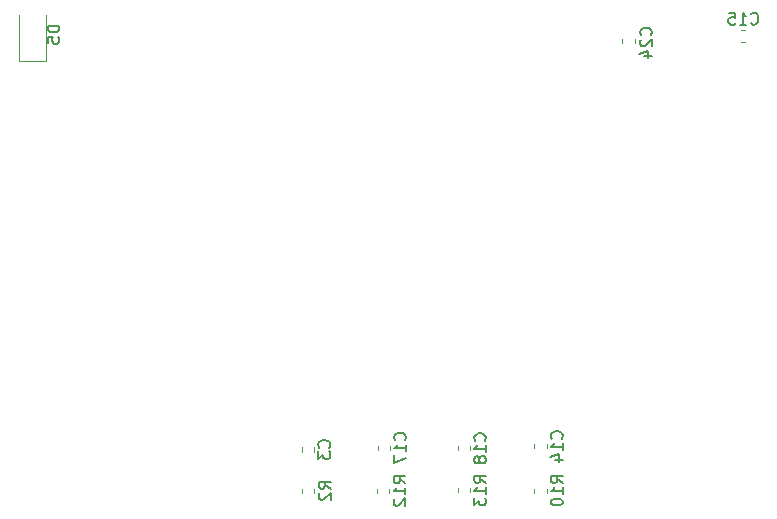
<source format=gbr>
%TF.GenerationSoftware,KiCad,Pcbnew,(5.1.6)-1*%
%TF.CreationDate,2020-09-08T21:04:45+07:00*%
%TF.ProjectId,C21_board,4332315f-626f-4617-9264-2e6b69636164,rev?*%
%TF.SameCoordinates,Original*%
%TF.FileFunction,Legend,Bot*%
%TF.FilePolarity,Positive*%
%FSLAX46Y46*%
G04 Gerber Fmt 4.6, Leading zero omitted, Abs format (unit mm)*
G04 Created by KiCad (PCBNEW (5.1.6)-1) date 2020-09-08 21:04:45*
%MOMM*%
%LPD*%
G01*
G04 APERTURE LIST*
%ADD10C,0.120000*%
%ADD11C,0.150000*%
G04 APERTURE END LIST*
D10*
%TO.C,C24*%
X157215000Y-67228733D02*
X157215000Y-67571267D01*
X158235000Y-67228733D02*
X158235000Y-67571267D01*
%TO.C,D5*%
X108410000Y-65275000D02*
X108410000Y-69160000D01*
X108410000Y-69160000D02*
X106140000Y-69160000D01*
X106140000Y-69160000D02*
X106140000Y-65275000D01*
%TO.C,R13*%
X144285000Y-105646267D02*
X144285000Y-105303733D01*
X143265000Y-105646267D02*
X143265000Y-105303733D01*
%TO.C,R12*%
X137460000Y-105696267D02*
X137460000Y-105353733D01*
X136440000Y-105696267D02*
X136440000Y-105353733D01*
%TO.C,R10*%
X150785000Y-105671267D02*
X150785000Y-105328733D01*
X149765000Y-105671267D02*
X149765000Y-105328733D01*
%TO.C,R2*%
X131135000Y-105671267D02*
X131135000Y-105328733D01*
X130115000Y-105671267D02*
X130115000Y-105328733D01*
%TO.C,C18*%
X144285000Y-102096267D02*
X144285000Y-101753733D01*
X143265000Y-102096267D02*
X143265000Y-101753733D01*
%TO.C,C17*%
X137510000Y-102046267D02*
X137510000Y-101703733D01*
X136490000Y-102046267D02*
X136490000Y-101703733D01*
%TO.C,C15*%
X167621267Y-66515000D02*
X167278733Y-66515000D01*
X167621267Y-67535000D02*
X167278733Y-67535000D01*
%TO.C,C14*%
X150785000Y-101921267D02*
X150785000Y-101578733D01*
X149765000Y-101921267D02*
X149765000Y-101578733D01*
%TO.C,C3*%
X131085000Y-102196267D02*
X131085000Y-101853733D01*
X130065000Y-102196267D02*
X130065000Y-101853733D01*
%TO.C,C24*%
D11*
X159607142Y-66932142D02*
X159654761Y-66884523D01*
X159702380Y-66741666D01*
X159702380Y-66646428D01*
X159654761Y-66503571D01*
X159559523Y-66408333D01*
X159464285Y-66360714D01*
X159273809Y-66313095D01*
X159130952Y-66313095D01*
X158940476Y-66360714D01*
X158845238Y-66408333D01*
X158750000Y-66503571D01*
X158702380Y-66646428D01*
X158702380Y-66741666D01*
X158750000Y-66884523D01*
X158797619Y-66932142D01*
X158797619Y-67313095D02*
X158750000Y-67360714D01*
X158702380Y-67455952D01*
X158702380Y-67694047D01*
X158750000Y-67789285D01*
X158797619Y-67836904D01*
X158892857Y-67884523D01*
X158988095Y-67884523D01*
X159130952Y-67836904D01*
X159702380Y-67265476D01*
X159702380Y-67884523D01*
X159035714Y-68741666D02*
X159702380Y-68741666D01*
X158654761Y-68503571D02*
X159369047Y-68265476D01*
X159369047Y-68884523D01*
%TO.C,D5*%
X109547380Y-66136904D02*
X108547380Y-66136904D01*
X108547380Y-66375000D01*
X108595000Y-66517857D01*
X108690238Y-66613095D01*
X108785476Y-66660714D01*
X108975952Y-66708333D01*
X109118809Y-66708333D01*
X109309285Y-66660714D01*
X109404523Y-66613095D01*
X109499761Y-66517857D01*
X109547380Y-66375000D01*
X109547380Y-66136904D01*
X108547380Y-67613095D02*
X108547380Y-67136904D01*
X109023571Y-67089285D01*
X108975952Y-67136904D01*
X108928333Y-67232142D01*
X108928333Y-67470238D01*
X108975952Y-67565476D01*
X109023571Y-67613095D01*
X109118809Y-67660714D01*
X109356904Y-67660714D01*
X109452142Y-67613095D01*
X109499761Y-67565476D01*
X109547380Y-67470238D01*
X109547380Y-67232142D01*
X109499761Y-67136904D01*
X109452142Y-67089285D01*
%TO.C,R13*%
X145657380Y-104832142D02*
X145181190Y-104498809D01*
X145657380Y-104260714D02*
X144657380Y-104260714D01*
X144657380Y-104641666D01*
X144705000Y-104736904D01*
X144752619Y-104784523D01*
X144847857Y-104832142D01*
X144990714Y-104832142D01*
X145085952Y-104784523D01*
X145133571Y-104736904D01*
X145181190Y-104641666D01*
X145181190Y-104260714D01*
X145657380Y-105784523D02*
X145657380Y-105213095D01*
X145657380Y-105498809D02*
X144657380Y-105498809D01*
X144800238Y-105403571D01*
X144895476Y-105308333D01*
X144943095Y-105213095D01*
X144657380Y-106117857D02*
X144657380Y-106736904D01*
X145038333Y-106403571D01*
X145038333Y-106546428D01*
X145085952Y-106641666D01*
X145133571Y-106689285D01*
X145228809Y-106736904D01*
X145466904Y-106736904D01*
X145562142Y-106689285D01*
X145609761Y-106641666D01*
X145657380Y-106546428D01*
X145657380Y-106260714D01*
X145609761Y-106165476D01*
X145562142Y-106117857D01*
%TO.C,R12*%
X138832380Y-104882142D02*
X138356190Y-104548809D01*
X138832380Y-104310714D02*
X137832380Y-104310714D01*
X137832380Y-104691666D01*
X137880000Y-104786904D01*
X137927619Y-104834523D01*
X138022857Y-104882142D01*
X138165714Y-104882142D01*
X138260952Y-104834523D01*
X138308571Y-104786904D01*
X138356190Y-104691666D01*
X138356190Y-104310714D01*
X138832380Y-105834523D02*
X138832380Y-105263095D01*
X138832380Y-105548809D02*
X137832380Y-105548809D01*
X137975238Y-105453571D01*
X138070476Y-105358333D01*
X138118095Y-105263095D01*
X137927619Y-106215476D02*
X137880000Y-106263095D01*
X137832380Y-106358333D01*
X137832380Y-106596428D01*
X137880000Y-106691666D01*
X137927619Y-106739285D01*
X138022857Y-106786904D01*
X138118095Y-106786904D01*
X138260952Y-106739285D01*
X138832380Y-106167857D01*
X138832380Y-106786904D01*
%TO.C,R10*%
X152157380Y-104857142D02*
X151681190Y-104523809D01*
X152157380Y-104285714D02*
X151157380Y-104285714D01*
X151157380Y-104666666D01*
X151205000Y-104761904D01*
X151252619Y-104809523D01*
X151347857Y-104857142D01*
X151490714Y-104857142D01*
X151585952Y-104809523D01*
X151633571Y-104761904D01*
X151681190Y-104666666D01*
X151681190Y-104285714D01*
X152157380Y-105809523D02*
X152157380Y-105238095D01*
X152157380Y-105523809D02*
X151157380Y-105523809D01*
X151300238Y-105428571D01*
X151395476Y-105333333D01*
X151443095Y-105238095D01*
X151157380Y-106428571D02*
X151157380Y-106523809D01*
X151205000Y-106619047D01*
X151252619Y-106666666D01*
X151347857Y-106714285D01*
X151538333Y-106761904D01*
X151776428Y-106761904D01*
X151966904Y-106714285D01*
X152062142Y-106666666D01*
X152109761Y-106619047D01*
X152157380Y-106523809D01*
X152157380Y-106428571D01*
X152109761Y-106333333D01*
X152062142Y-106285714D01*
X151966904Y-106238095D01*
X151776428Y-106190476D01*
X151538333Y-106190476D01*
X151347857Y-106238095D01*
X151252619Y-106285714D01*
X151205000Y-106333333D01*
X151157380Y-106428571D01*
%TO.C,R2*%
X132507380Y-105333333D02*
X132031190Y-105000000D01*
X132507380Y-104761904D02*
X131507380Y-104761904D01*
X131507380Y-105142857D01*
X131555000Y-105238095D01*
X131602619Y-105285714D01*
X131697857Y-105333333D01*
X131840714Y-105333333D01*
X131935952Y-105285714D01*
X131983571Y-105238095D01*
X132031190Y-105142857D01*
X132031190Y-104761904D01*
X131602619Y-105714285D02*
X131555000Y-105761904D01*
X131507380Y-105857142D01*
X131507380Y-106095238D01*
X131555000Y-106190476D01*
X131602619Y-106238095D01*
X131697857Y-106285714D01*
X131793095Y-106285714D01*
X131935952Y-106238095D01*
X132507380Y-105666666D01*
X132507380Y-106285714D01*
%TO.C,C18*%
X145562142Y-101282142D02*
X145609761Y-101234523D01*
X145657380Y-101091666D01*
X145657380Y-100996428D01*
X145609761Y-100853571D01*
X145514523Y-100758333D01*
X145419285Y-100710714D01*
X145228809Y-100663095D01*
X145085952Y-100663095D01*
X144895476Y-100710714D01*
X144800238Y-100758333D01*
X144705000Y-100853571D01*
X144657380Y-100996428D01*
X144657380Y-101091666D01*
X144705000Y-101234523D01*
X144752619Y-101282142D01*
X145657380Y-102234523D02*
X145657380Y-101663095D01*
X145657380Y-101948809D02*
X144657380Y-101948809D01*
X144800238Y-101853571D01*
X144895476Y-101758333D01*
X144943095Y-101663095D01*
X145085952Y-102805952D02*
X145038333Y-102710714D01*
X144990714Y-102663095D01*
X144895476Y-102615476D01*
X144847857Y-102615476D01*
X144752619Y-102663095D01*
X144705000Y-102710714D01*
X144657380Y-102805952D01*
X144657380Y-102996428D01*
X144705000Y-103091666D01*
X144752619Y-103139285D01*
X144847857Y-103186904D01*
X144895476Y-103186904D01*
X144990714Y-103139285D01*
X145038333Y-103091666D01*
X145085952Y-102996428D01*
X145085952Y-102805952D01*
X145133571Y-102710714D01*
X145181190Y-102663095D01*
X145276428Y-102615476D01*
X145466904Y-102615476D01*
X145562142Y-102663095D01*
X145609761Y-102710714D01*
X145657380Y-102805952D01*
X145657380Y-102996428D01*
X145609761Y-103091666D01*
X145562142Y-103139285D01*
X145466904Y-103186904D01*
X145276428Y-103186904D01*
X145181190Y-103139285D01*
X145133571Y-103091666D01*
X145085952Y-102996428D01*
%TO.C,C17*%
X138787142Y-101232142D02*
X138834761Y-101184523D01*
X138882380Y-101041666D01*
X138882380Y-100946428D01*
X138834761Y-100803571D01*
X138739523Y-100708333D01*
X138644285Y-100660714D01*
X138453809Y-100613095D01*
X138310952Y-100613095D01*
X138120476Y-100660714D01*
X138025238Y-100708333D01*
X137930000Y-100803571D01*
X137882380Y-100946428D01*
X137882380Y-101041666D01*
X137930000Y-101184523D01*
X137977619Y-101232142D01*
X138882380Y-102184523D02*
X138882380Y-101613095D01*
X138882380Y-101898809D02*
X137882380Y-101898809D01*
X138025238Y-101803571D01*
X138120476Y-101708333D01*
X138168095Y-101613095D01*
X137882380Y-102517857D02*
X137882380Y-103184523D01*
X138882380Y-102755952D01*
%TO.C,C15*%
X168092857Y-65952142D02*
X168140476Y-65999761D01*
X168283333Y-66047380D01*
X168378571Y-66047380D01*
X168521428Y-65999761D01*
X168616666Y-65904523D01*
X168664285Y-65809285D01*
X168711904Y-65618809D01*
X168711904Y-65475952D01*
X168664285Y-65285476D01*
X168616666Y-65190238D01*
X168521428Y-65095000D01*
X168378571Y-65047380D01*
X168283333Y-65047380D01*
X168140476Y-65095000D01*
X168092857Y-65142619D01*
X167140476Y-66047380D02*
X167711904Y-66047380D01*
X167426190Y-66047380D02*
X167426190Y-65047380D01*
X167521428Y-65190238D01*
X167616666Y-65285476D01*
X167711904Y-65333095D01*
X166235714Y-65047380D02*
X166711904Y-65047380D01*
X166759523Y-65523571D01*
X166711904Y-65475952D01*
X166616666Y-65428333D01*
X166378571Y-65428333D01*
X166283333Y-65475952D01*
X166235714Y-65523571D01*
X166188095Y-65618809D01*
X166188095Y-65856904D01*
X166235714Y-65952142D01*
X166283333Y-65999761D01*
X166378571Y-66047380D01*
X166616666Y-66047380D01*
X166711904Y-65999761D01*
X166759523Y-65952142D01*
%TO.C,C14*%
X152062142Y-101107142D02*
X152109761Y-101059523D01*
X152157380Y-100916666D01*
X152157380Y-100821428D01*
X152109761Y-100678571D01*
X152014523Y-100583333D01*
X151919285Y-100535714D01*
X151728809Y-100488095D01*
X151585952Y-100488095D01*
X151395476Y-100535714D01*
X151300238Y-100583333D01*
X151205000Y-100678571D01*
X151157380Y-100821428D01*
X151157380Y-100916666D01*
X151205000Y-101059523D01*
X151252619Y-101107142D01*
X152157380Y-102059523D02*
X152157380Y-101488095D01*
X152157380Y-101773809D02*
X151157380Y-101773809D01*
X151300238Y-101678571D01*
X151395476Y-101583333D01*
X151443095Y-101488095D01*
X151490714Y-102916666D02*
X152157380Y-102916666D01*
X151109761Y-102678571D02*
X151824047Y-102440476D01*
X151824047Y-103059523D01*
%TO.C,C3*%
X132362142Y-101858333D02*
X132409761Y-101810714D01*
X132457380Y-101667857D01*
X132457380Y-101572619D01*
X132409761Y-101429761D01*
X132314523Y-101334523D01*
X132219285Y-101286904D01*
X132028809Y-101239285D01*
X131885952Y-101239285D01*
X131695476Y-101286904D01*
X131600238Y-101334523D01*
X131505000Y-101429761D01*
X131457380Y-101572619D01*
X131457380Y-101667857D01*
X131505000Y-101810714D01*
X131552619Y-101858333D01*
X131457380Y-102191666D02*
X131457380Y-102810714D01*
X131838333Y-102477380D01*
X131838333Y-102620238D01*
X131885952Y-102715476D01*
X131933571Y-102763095D01*
X132028809Y-102810714D01*
X132266904Y-102810714D01*
X132362142Y-102763095D01*
X132409761Y-102715476D01*
X132457380Y-102620238D01*
X132457380Y-102334523D01*
X132409761Y-102239285D01*
X132362142Y-102191666D01*
%TD*%
M02*

</source>
